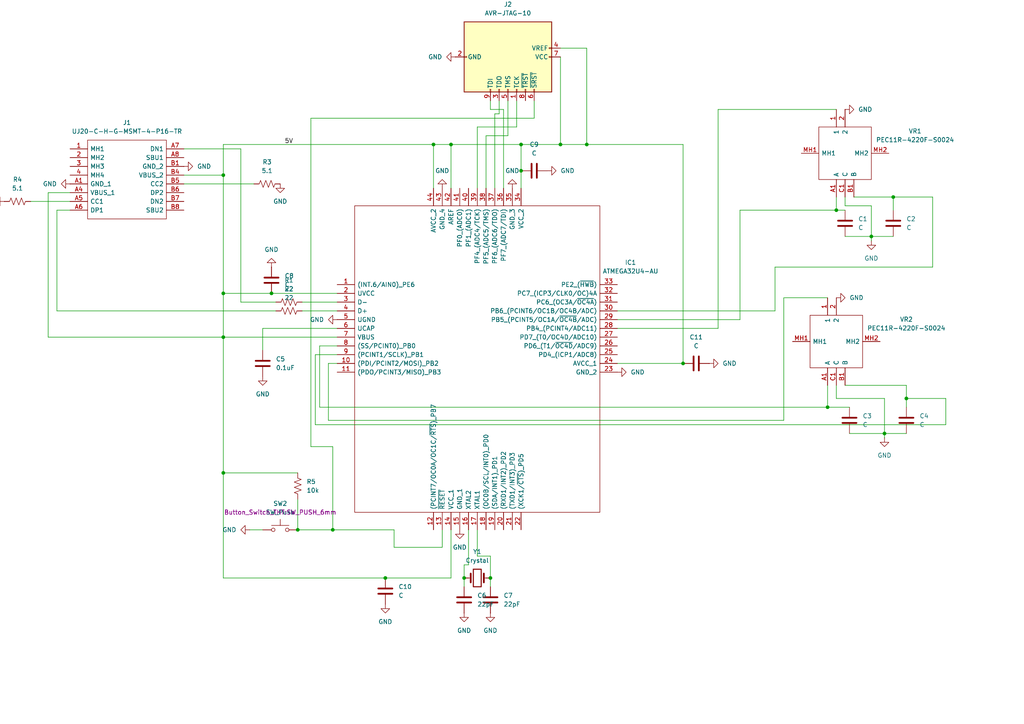
<source format=kicad_sch>
(kicad_sch (version 20250114) (generator "eeschema") (generator_version "9.0")
  (paper "A4")
  (lib_symbols
    (symbol "ATMEGA32U4-AU:ATMEGA32U4-AU" (pin_names (offset 0.762))
      (property "Reference" "IC" (at 77.47 27.94 0))
      (property "Value" "ATMEGA32U4-AU" (at 77.47 25.4 0))
      (symbol "ATMEGA32U4-AU_0_0"
        (pin passive line (at 0 0 0) (length 5.08) (name "(INT.6/AIN0)_PE6") (number "1"))
        (pin passive line (at 0 -2.54 0) (length 5.08) (name "UVCC") (number "2"))
        (pin passive line (at 0 -5.08 0) (length 5.08) (name "D-") (number "3"))
        (pin passive line (at 0 -7.62 0) (length 5.08) (name "D+") (number "4"))
        (pin passive line (at 0 -10.16 0) (length 5.08) (name "UGND") (number "5"))
        (pin passive line (at 0 -12.7 0) (length 5.08) (name "UCAP") (number "6"))
        (pin passive line (at 0 -15.24 0) (length 5.08) (name "VBUS") (number "7"))
        (pin passive line (at 0 -17.78 0) (length 5.08) (name "(SS/PCINT0)_PB0") (number "8"))
        (pin passive line (at 0 -20.32 0) (length 5.08) (name "(PCINT1/SCLK)_PB1") (number "9"))
        (pin passive line (at 0 -22.86 0) (length 5.08) (name "(PDI/PCINT2/MOSI)_PB2") (number "10"))
        (pin passive line (at 0 -25.4 0) (length 5.08) (name "(PDO/PCINT3/MISO)_PB3") (number "11"))
        (pin passive line (at 27.94 27.94 270) (length 5.08) (name "AVCC_2") (number "44"))
        (pin passive line (at 27.94 -71.12 90) (length 5.08) (name "(PCINT7/OC0A/OC1C/~{RTS})_PB7") (number "12"))
        (pin passive line (at 30.48 27.94 270) (length 5.08) (name "GND_4") (number "43"))
        (pin passive line (at 30.48 -71.12 90) (length 5.08) (name "~{RESET}") (number "13"))
        (pin passive line (at 33.02 27.94 270) (length 5.08) (name "AREF") (number "42"))
        (pin passive line (at 33.02 -71.12 90) (length 5.08) (name "VCC_1") (number "14"))
        (pin passive line (at 35.56 27.94 270) (length 5.08) (name "PF0_(ADC0)") (number "41"))
        (pin passive line (at 35.56 -71.12 90) (length 5.08) (name "GND_1") (number "15"))
        (pin passive line (at 38.1 27.94 270) (length 5.08) (name "PF1_(ADC1)") (number "40"))
        (pin passive line (at 38.1 -71.12 90) (length 5.08) (name "XTAL2") (number "16"))
        (pin passive line (at 40.64 27.94 270) (length 5.08) (name "PF4_(ADC4/TCK)") (number "39"))
        (pin passive line (at 40.64 -71.12 90) (length 5.08) (name "XTAL1") (number "17"))
        (pin passive line (at 43.18 27.94 270) (length 5.08) (name "PF5_(ADC5/TMS)") (number "38"))
        (pin passive line (at 43.18 -71.12 90) (length 5.08) (name "(OC0B/SCL/INT0)_PD0") (number "18"))
        (pin passive line (at 45.72 27.94 270) (length 5.08) (name "PF6_(ADC6/TDO)") (number "37"))
        (pin passive line (at 45.72 -71.12 90) (length 5.08) (name "(SDA/INT1)_PD1") (number "19"))
        (pin passive line (at 48.26 27.94 270) (length 5.08) (name "PF7_(ADC7/TDI)") (number "36"))
        (pin passive line (at 48.26 -71.12 90) (length 5.08) (name "(RXD1/INT2)_PD2") (number "20"))
        (pin passive line (at 50.8 27.94 270) (length 5.08) (name "GND_3") (number "35"))
        (pin passive line (at 50.8 -71.12 90) (length 5.08) (name "(TXD1/INT3)_PD3") (number "21"))
        (pin passive line (at 53.34 27.94 270) (length 5.08) (name "VCC_2") (number "34"))
        (pin passive line (at 53.34 -71.12 90) (length 5.08) (name "(XCK1/~{CTS})_PD5") (number "22"))
        (pin passive line (at 81.28 0 180) (length 5.08) (name "PE2_(~{HWB})") (number "33"))
        (pin passive line (at 81.28 -2.54 180) (length 5.08) (name "PC7_(ICP3/CLK0/OC)4A") (number "32"))
        (pin passive line (at 81.28 -5.08 180) (length 5.08) (name "PC6_(OC3A/~{OC4A})") (number "31"))
        (pin passive line (at 81.28 -7.62 180) (length 5.08) (name "PB6_(PCINT6/OC1B/OC4B/ADC)") (number "30"))
        (pin passive line (at 81.28 -10.16 180) (length 5.08) (name "PB5_(PCINT5/OC1A/~{OC4B}/ADC)") (number "29"))
        (pin passive line (at 81.28 -12.7 180) (length 5.08) (name "PB4_(PCINT4/ADC11)") (number "28"))
        (pin passive line (at 81.28 -15.24 180) (length 5.08) (name "PD7_(T0/OC4D/ADC10)") (number "27"))
        (pin passive line (at 81.28 -17.78 180) (length 5.08) (name "PD6_(T1/~{OC4D}/ADC9)") (number "26"))
        (pin passive line (at 81.28 -20.32 180) (length 5.08) (name "PD4_(ICP1/ADC8)") (number "25"))
        (pin passive line (at 81.28 -22.86 180) (length 5.08) (name "AVCC_1") (number "24"))
        (pin passive line (at 81.28 -25.4 180) (length 5.08) (name "GND_2") (number "23"))
      )
      (symbol "ATMEGA32U4-AU_0_1"
        (polyline (pts (xy 5.08 22.86) (xy 76.2 22.86) (xy 76.2 -66.04) (xy 5.08 -66.04) (xy 5.08 22.86)) (stroke (width 0.1524)))
      )
    )
    (symbol "Connector:AVR-JTAG-10" (pin_names (offset 1.016))
      (property "Reference" "J" (at -8.89 13.97 0))
      (property "Value" "AVR-JTAG-10" (at 1.27 13.97 0))
      (symbol "AVR-JTAG-10_0_1"
        (rectangle (start -2.667 12.7) (end -2.413 11.938))
        (rectangle (start -0.127 12.7) (end 0.127 11.938))
        (rectangle (start -0.127 -11.938) (end 0.127 -12.7))
        (rectangle (start 10.16 12.7) (end -10.16 -12.7) (stroke (width 0.254)) (fill (type background)))
        (rectangle (start 10.16 7.747) (end 9.398 7.493))
        (rectangle (start 10.16 5.207) (end 9.398 4.953))
        (rectangle (start 10.16 2.667) (end 9.398 2.413))
        (rectangle (start 10.16 0.127) (end 9.398 -0.127))
        (rectangle (start 10.16 -2.413) (end 9.398 -2.667))
        (rectangle (start 10.16 -4.953) (end 9.398 -5.207))
      )
      (symbol "AVR-JTAG-10_1_1"
        (pin passive line (at -2.54 15.24 270) (length 2.54) (name "VREF") (number "4"))
        (pin passive line (at 0 15.24 270) (length 2.54) (name "VCC") (number "7"))
        (pin passive line (at 0 -15.24 90) (length 2.54) (hide yes) (name "GND") (number "10"))
        (pin passive line (at 0 -15.24 90) (length 2.54) (name "GND") (number "2"))
        (pin passive line (at 12.7 7.62 180) (length 2.54) (name "~{SRST}") (number "6"))
        (pin passive line (at 12.7 5.08 180) (length 2.54) (name "~{TRST}") (number "8"))
        (pin passive line (at 12.7 2.54 180) (length 2.54) (name "TCK") (number "1"))
        (pin passive line (at 12.7 0 180) (length 2.54) (name "TMS") (number "5"))
        (pin passive line (at 12.7 -2.54 180) (length 2.54) (name "TDO") (number "3"))
        (pin passive line (at 12.7 -5.08 180) (length 2.54) (name "TDI") (number "9"))
      )
    )
    (symbol "Device:C" (pin_numbers (hide yes)) (pin_names (offset 0.254))
      (property "Reference" "C" (at 0.635 2.54 0))
      (property "Value" "C" (at 0.635 -2.54 0))
      (symbol "C_0_1"
        (polyline (pts (xy -2.032 0.762) (xy 2.032 0.762)) (stroke (width 0.508)))
        (polyline (pts (xy -2.032 -0.762) (xy 2.032 -0.762)) (stroke (width 0.508)))
      )
      (symbol "C_1_1"
        (pin passive line (at 0 3.81 270) (length 2.794) (name "~") (number "1"))
        (pin passive line (at 0 -3.81 90) (length 2.794) (name "~") (number "2"))
      )
    )
    (symbol "Device:Crystal" (pin_numbers (hide yes)) (pin_names (offset 1.016) (hide yes))
      (property "Reference" "Y" (at 0 3.81 0))
      (property "Value" "Crystal" (at 0 -3.81 0))
      (symbol "Crystal_0_1"
        (polyline (pts (xy -2.54 0) (xy -1.905 0)))
        (polyline (pts (xy -1.905 -1.27) (xy -1.905 1.27)) (stroke (width 0.508)))
        (rectangle (start -1.143 2.54) (end 1.143 -2.54) (stroke (width 0.3048)))
        (polyline (pts (xy 1.905 -1.27) (xy 1.905 1.27)) (stroke (width 0.508)))
        (polyline (pts (xy 2.54 0) (xy 1.905 0)))
      )
      (symbol "Crystal_1_1"
        (pin passive line (at -3.81 0 0) (length 1.27) (name "1") (number "1"))
        (pin passive line (at 3.81 0 180) (length 1.27) (name "2") (number "2"))
      )
    )
    (symbol "Device:R_US" (pin_numbers (hide yes)) (pin_names (offset 0))
      (property "Reference" "R" (at 2.54 0 90))
      (property "Value" "R_US" (at -2.54 0 90))
      (symbol "R_US_0_1"
        (polyline (pts (xy 0 2.286) (xy 0 2.54)))
        (polyline (pts (xy 0 2.286) (xy 1.016 1.905) (xy 0 1.524) (xy -1.016 1.143) (xy 0 0.762)))
        (polyline (pts (xy 0 0.762) (xy 1.016 0.381) (xy 0 0) (xy -1.016 -0.381) (xy 0 -0.762)))
        (polyline (pts (xy 0 -0.762) (xy 1.016 -1.143) (xy 0 -1.524) (xy -1.016 -1.905) (xy 0 -2.286)))
        (polyline (pts (xy 0 -2.286) (xy 0 -2.54)))
      )
      (symbol "R_US_1_1"
        (pin passive line (at 0 3.81 270) (length 1.27) (name "~") (number "1"))
        (pin passive line (at 0 -3.81 90) (length 1.27) (name "~") (number "2"))
      )
    )
    (symbol "PEC11R-4220F-S0024:PEC11R-4220F-S0024" (pin_names (offset 0.762))
      (property "Reference" "VR" (at 21.59 12.7 0))
      (property "Value" "PEC11R-4220F-S0024" (at 21.59 10.16 0))
      (symbol "PEC11R-4220F-S0024_0_0"
        (pin passive line (at 0 0 0) (length 5.08) (name "MH1") (number "MH1"))
        (pin passive line (at 10.16 12.7 270) (length 5.08) (name "1") (number "1"))
        (pin passive line (at 10.16 -12.7 90) (length 5.08) (name "A") (number "A1"))
        (pin passive line (at 12.7 12.7 270) (length 5.08) (name "2") (number "2"))
        (pin passive line (at 12.7 -12.7 90) (length 5.08) (name "C") (number "C1"))
        (pin passive line (at 15.24 -12.7 90) (length 5.08) (name "B") (number "B1"))
        (pin passive line (at 25.4 0 180) (length 5.08) (name "MH2") (number "MH2"))
      )
      (symbol "PEC11R-4220F-S0024_0_1"
        (polyline (pts (xy 5.08 7.62) (xy 20.32 7.62) (xy 20.32 -7.62) (xy 5.08 -7.62) (xy 5.08 7.62)) (stroke (width 0.1524)))
      )
    )
    (symbol "Switch:SW_Push" (pin_numbers (hide yes)) (pin_names (offset 1.016) (hide yes))
      (property "Reference" "SW" (at 1.27 2.54 0))
      (property "Value" "SW_Push" (at 0 -1.524 0))
      (symbol "SW_Push_0_1"
        (circle (center -2.032 0) (radius 0.508))
        (polyline (pts (xy 0 1.27) (xy 0 3.048)))
        (circle (center 2.032 0) (radius 0.508))
        (polyline (pts (xy 2.54 1.27) (xy -2.54 1.27)))
        (pin passive line (at -5.08 0 0) (length 2.54) (name "1") (number "1"))
        (pin passive line (at 5.08 0 180) (length 2.54) (name "2") (number "2"))
      )
    )
    (symbol "UJ20-C-H-G-MSMT-4-P16-TR:UJ20-C-H-G-MSMT-4-P16-TR" (pin_names (offset 0.762))
      (property "Reference" "J" (at 29.21 7.62 0))
      (property "Value" "UJ20-C-H-G-MSMT-4-P16-TR" (at 29.21 5.08 0))
      (symbol "UJ20-C-H-G-MSMT-4-P16-TR_0_0"
        (pin passive line (at 0 0 0) (length 5.08) (name "MH1") (number "1"))
        (pin passive line (at 0 -2.54 0) (length 5.08) (name "MH2") (number "2"))
        (pin passive line (at 0 -5.08 0) (length 5.08) (name "MH3") (number "3"))
        (pin passive line (at 0 -7.62 0) (length 5.08) (name "MH4") (number "4"))
        (pin passive line (at 0 -10.16 0) (length 5.08) (name "GND_1") (number "A1"))
        (pin passive line (at 0 -12.7 0) (length 5.08) (name "VBUS_1") (number "A4"))
        (pin passive line (at 0 -15.24 0) (length 5.08) (name "CC1") (number "A5"))
        (pin passive line (at 0 -17.78 0) (length 5.08) (name "DP1") (number "A6"))
        (pin passive line (at 33.02 0 180) (length 5.08) (name "DN1") (number "A7"))
        (pin passive line (at 33.02 -2.54 180) (length 5.08) (name "SBU1") (number "A8"))
        (pin passive line (at 33.02 -5.08 180) (length 5.08) (name "GND_2") (number "B1"))
        (pin passive line (at 33.02 -7.62 180) (length 5.08) (name "VBUS_2") (number "B4"))
        (pin passive line (at 33.02 -10.16 180) (length 5.08) (name "CC2") (number "B5"))
        (pin passive line (at 33.02 -12.7 180) (length 5.08) (name "DP2") (number "B6"))
        (pin passive line (at 33.02 -15.24 180) (length 5.08) (name "DN2") (number "B7"))
        (pin passive line (at 33.02 -17.78 180) (length 5.08) (name "SBU2") (number "B8"))
      )
      (symbol "UJ20-C-H-G-MSMT-4-P16-TR_0_1"
        (polyline (pts (xy 5.08 2.54) (xy 27.94 2.54) (xy 27.94 -20.32) (xy 5.08 -20.32) (xy 5.08 2.54)) (stroke (width 0.1524)))
      )
    )
    (symbol "power:GND" (power) (pin_numbers (hide yes)) (pin_names (offset 0) (hide yes))
      (property "Value" "GND" (at 0 -3.81 0))
      (symbol "GND_0_1"
        (polyline (pts (xy 0 0) (xy 0 -1.27) (xy 1.27 -1.27) (xy 0 -2.54) (xy -1.27 -1.27) (xy 0 -1.27)))
      )
      (symbol "GND_1_1"
        (pin power_in line (at 0 0 270) (length 0) (name "~") (number "1"))
      )
    )
  )
  (junction (at 262.89 115.57))
  (junction (at 151.13 41.91))
  (junction (at 256.54 125.73))
  (junction (at 240.03 118.11))
  (junction (at 134.62 167.64))
  (junction (at 64.77 97.79))
  (junction (at 252.73 68.58))
  (junction (at 130.81 41.91))
  (junction (at 78.74 85.09))
  (junction (at 259.08 57.15))
  (junction (at 162.56 41.91))
  (junction (at 111.76 167.64))
  (junction (at 170.18 41.91))
  (junction (at 64.77 85.09))
  (junction (at 142.24 167.64))
  (junction (at 86.36 153.67))
  (junction (at 64.77 137.16))
  (junction (at 125.73 41.91))
  (junction (at 96.52 153.67))
  (junction (at 64.77 50.8))
  (junction (at 242.57 60.96))
  (junction (at 198.12 105.41))
  (junction (at 151.13 49.53))
  (wire (pts (xy 20.32 60.96) (xy 16.51 60.96)))
  (wire (pts (xy 114.3 158.75) (xy 128.27 158.75)))
  (wire (pts (xy 125.73 41.91) (xy 125.73 54.61)))
  (wire (pts (xy 111.76 167.64) (xy 64.77 167.64)))
  (wire (pts (xy 270.51 57.15) (xy 259.08 57.15)))
  (wire (pts (xy 53.34 50.8) (xy 64.77 50.8)))
  (wire (pts (xy 143.51 54.61) (xy 143.51 33.02)))
  (wire (pts (xy 138.43 153.67) (xy 138.43 161.29)))
  (wire (pts (xy 13.97 97.79) (xy 64.77 97.79)))
  (wire (pts (xy 135.89 163.83) (xy 134.62 163.83)))
  (wire (pts (xy 246.38 125.73) (xy 256.54 125.73)))
  (wire (pts (xy 92.71 100.33) (xy 97.79 100.33)))
  (wire (pts (xy 86.36 153.67) (xy 96.52 153.67)))
  (wire (pts (xy 64.77 167.64) (xy 64.77 137.16)))
  (wire (pts (xy 151.13 49.53) (xy 151.13 41.91)))
  (wire (pts (xy 256.54 115.57) (xy 256.54 125.73)))
  (wire (pts (xy 252.73 68.58) (xy 259.08 68.58)))
  (wire (pts (xy 90.17 129.54) (xy 96.52 129.54)))
  (wire (pts (xy 214.63 60.96) (xy 214.63 92.71)))
  (wire (pts (xy 142.24 170.18) (xy 142.24 167.64)))
  (wire (pts (xy 242.57 115.57) (xy 256.54 115.57)))
  (wire (pts (xy 90.17 34.29) (xy 90.17 129.54)))
  (wire (pts (xy 91.44 102.87) (xy 97.79 102.87)))
  (wire (pts (xy 130.81 41.91) (xy 130.81 54.61)))
  (wire (pts (xy 64.77 137.16) (xy 64.77 97.79)))
  (wire (pts (xy 162.56 16.51) (xy 162.56 41.91)))
  (wire (pts (xy 125.73 41.91) (xy 64.77 41.91)))
  (wire (pts (xy 245.11 111.76) (xy 262.89 111.76)))
  (wire (pts (xy 147.32 39.37) (xy 147.32 29.21)))
  (wire (pts (xy 162.56 41.91) (xy 170.18 41.91)))
  (wire (pts (xy 179.07 105.41) (xy 198.12 105.41)))
  (wire (pts (xy 240.03 118.11) (xy 246.38 118.11)))
  (wire (pts (xy 142.24 161.29) (xy 142.24 167.64)))
  (wire (pts (xy 64.77 41.91) (xy 64.77 50.8)))
  (wire (pts (xy 224.79 77.47) (xy 270.51 77.47)))
  (wire (pts (xy 87.63 87.63) (xy 97.79 87.63)))
  (wire (pts (xy 198.12 105.41) (xy 198.12 41.91)))
  (wire (pts (xy 92.71 118.11) (xy 92.71 100.33)))
  (wire (pts (xy 87.63 90.17) (xy 97.79 90.17)))
  (wire (pts (xy 16.51 60.96) (xy 16.51 90.17)))
  (wire (pts (xy 208.28 95.25) (xy 179.07 95.25)))
  (wire (pts (xy 72.39 153.67) (xy 76.2 153.67)))
  (wire (pts (xy 138.43 54.61) (xy 138.43 36.83)))
  (wire (pts (xy 262.89 115.57) (xy 274.32 115.57)))
  (wire (pts (xy 16.51 90.17) (xy 80.01 90.17)))
  (wire (pts (xy 13.97 55.88) (xy 13.97 97.79)))
  (wire (pts (xy 154.94 29.21) (xy 154.94 34.29)))
  (wire (pts (xy 242.57 57.15) (xy 242.57 60.96)))
  (wire (pts (xy 146.05 54.61) (xy 146.05 31.75)))
  (wire (pts (xy 96.52 129.54) (xy 96.52 153.67)))
  (wire (pts (xy 130.81 153.67) (xy 130.81 167.64)))
  (wire (pts (xy 242.57 60.96) (xy 214.63 60.96)))
  (wire (pts (xy 154.94 34.29) (xy 90.17 34.29)))
  (wire (pts (xy 179.07 90.17) (xy 224.79 90.17)))
  (wire (pts (xy 208.28 31.75) (xy 208.28 95.25)))
  (wire (pts (xy 134.62 170.18) (xy 134.62 167.64)))
  (wire (pts (xy 138.43 36.83) (xy 149.86 36.83)))
  (wire (pts (xy 53.34 43.18) (xy 69.85 43.18)))
  (wire (pts (xy 95.25 105.41) (xy 95.25 121.92)))
  (wire (pts (xy 76.2 95.25) (xy 76.2 101.6)))
  (wire (pts (xy 214.63 92.71) (xy 179.07 92.71)))
  (wire (pts (xy 245.11 68.58) (xy 252.73 68.58)))
  (wire (pts (xy 73.66 53.34) (xy 53.34 53.34)))
  (wire (pts (xy 252.73 68.58) (xy 252.73 69.85)))
  (wire (pts (xy 227.33 121.92) (xy 227.33 86.36)))
  (wire (pts (xy 96.52 153.67) (xy 114.3 153.67)))
  (wire (pts (xy 274.32 123.19) (xy 91.44 123.19)))
  (wire (pts (xy 247.65 57.15) (xy 259.08 57.15)))
  (wire (pts (xy 242.57 60.96) (xy 245.11 60.96)))
  (wire (pts (xy 262.89 115.57) (xy 262.89 118.11)))
  (wire (pts (xy 245.11 59.69) (xy 252.73 59.69)))
  (wire (pts (xy 240.03 118.11) (xy 92.71 118.11)))
  (wire (pts (xy 151.13 54.61) (xy 151.13 49.53)))
  (wire (pts (xy 144.78 29.21) (xy 144.78 33.02)))
  (wire (pts (xy 64.77 85.09) (xy 64.77 97.79)))
  (wire (pts (xy 114.3 153.67) (xy 114.3 158.75)))
  (wire (pts (xy 134.62 163.83) (xy 134.62 167.64)))
  (wire (pts (xy 242.57 111.76) (xy 242.57 115.57)))
  (wire (pts (xy 240.03 111.76) (xy 240.03 118.11)))
  (wire (pts (xy 69.85 87.63) (xy 80.01 87.63)))
  (wire (pts (xy 78.74 85.09) (xy 97.79 85.09)))
  (wire (pts (xy 270.51 77.47) (xy 270.51 57.15)))
  (wire (pts (xy 151.13 41.91) (xy 130.81 41.91)))
  (wire (pts (xy 69.85 43.18) (xy 69.85 87.63)))
  (wire (pts (xy 143.51 33.02) (xy 144.78 33.02)))
  (wire (pts (xy 242.57 31.75) (xy 208.28 31.75)))
  (wire (pts (xy 170.18 13.97) (xy 170.18 41.91)))
  (wire (pts (xy 256.54 125.73) (xy 256.54 127)))
  (wire (pts (xy 64.77 97.79) (xy 97.79 97.79)))
  (wire (pts (xy 149.86 36.83) (xy 149.86 29.21)))
  (wire (pts (xy 64.77 50.8) (xy 64.77 85.09)))
  (wire (pts (xy 256.54 125.73) (xy 262.89 125.73)))
  (wire (pts (xy 130.81 167.64) (xy 111.76 167.64)))
  (wire (pts (xy 135.89 153.67) (xy 135.89 163.83)))
  (wire (pts (xy 162.56 13.97) (xy 170.18 13.97)))
  (wire (pts (xy 91.44 123.19) (xy 91.44 102.87)))
  (wire (pts (xy 142.24 31.75) (xy 142.24 29.21)))
  (wire (pts (xy 140.97 54.61) (xy 140.97 39.37)))
  (wire (pts (xy 274.32 115.57) (xy 274.32 123.19)))
  (wire (pts (xy 97.79 105.41) (xy 95.25 105.41)))
  (wire (pts (xy 95.25 121.92) (xy 227.33 121.92)))
  (wire (pts (xy 138.43 161.29) (xy 142.24 161.29)))
  (wire (pts (xy 20.32 55.88) (xy 13.97 55.88)))
  (wire (pts (xy 140.97 39.37) (xy 147.32 39.37)))
  (wire (pts (xy 198.12 41.91) (xy 170.18 41.91)))
  (wire (pts (xy 245.11 57.15) (xy 245.11 59.69)))
  (wire (pts (xy 252.73 59.69) (xy 252.73 68.58)))
  (wire (pts (xy 64.77 85.09) (xy 78.74 85.09)))
  (wire (pts (xy 128.27 158.75) (xy 128.27 153.67)))
  (wire (pts (xy 227.33 86.36) (xy 240.03 86.36)))
  (wire (pts (xy 262.89 111.76) (xy 262.89 115.57)))
  (wire (pts (xy 8.89 58.42) (xy 20.32 58.42)))
  (wire (pts (xy 146.05 31.75) (xy 142.24 31.75)))
  (wire (pts (xy 86.36 144.78) (xy 86.36 153.67)))
  (wire (pts (xy 64.77 137.16) (xy 86.36 137.16)))
  (wire (pts (xy 97.79 95.25) (xy 76.2 95.25)))
  (wire (pts (xy 259.08 57.15) (xy 259.08 60.96)))
  (wire (pts (xy 130.81 41.91) (xy 125.73 41.91)))
  (wire (pts (xy 151.13 41.91) (xy 162.56 41.91)))
  (wire (pts (xy 224.79 90.17) (xy 224.79 77.47)))
  (label "5V" (at 82.55 41.91 0))
  (symbol (lib_id "UJ20-C-H-G-MSMT-4-P16-TR:UJ20-C-H-G-MSMT-4-P16-TR") (at 20.32 43.18 0) (unit 1)
    (property "Reference" "J1" (at 36.83 35.56 0))
    (property "Value" "UJ20-C-H-G-MSMT-4-P16-TR" (at 36.83 38.1 0))
    (property "Footprint" "project_footprints:UJ20CHGMSMT4P16TR" (effects (hide yes)))
    (property "Datasheet" "https://www.sameskydevices.com/product/resource/supplyframepdf/uj20-c-h-g-msmt-4-p16-tr.pdf" (effects (hide yes)))
    (property "Description" "Type C, USB 2.0, 480 Mbps, 48 Vac, 5 A, Horizontal, Gold plated 3u, Mid  Surface Mount 1.6mm, 16 pin, USB Receptacle" (effects (hide yes)))
    (property "Description_1" "Type C, USB 2.0, 480 Mbps, 48 Vac, 5 A, Horizontal, Gold plated 3u, Mid  Surface Mount 1.6mm, 16 pin, USB Receptacle" (effects (hide yes)))
    (property "Height" "3.36" (effects (hide yes)))
    (property "Mouser Part Number" "179-UJ20CHGMSMT4P16T" (effects (hide yes)))
    (property "Mouser Price/Stock" "https://www.mouser.co.uk/ProductDetail/Same-Sky/UJ20-C-H-G-MSMT-4-P16-TR?qs=IKkN%2F947nfCjJm0kGPdIjg%3D%3D" (effects (hide yes)))
    (property "Manufacturer_Name" "Same Sky" (effects (hide yes)))
    (property "Manufacturer_Part_Number" "UJ20-C-H-G-MSMT-4-P16-TR" (effects (hide yes)))
  )
  (symbol (lib_id "Device:R_US") (at 77.47 53.34 90) (unit 1)
    (property "Reference" "R3" (at 77.47 46.99 90))
    (property "Value" "5.1" (at 77.47 49.53 90))
    (property "Footprint" "Resistor_SMD:R_0805_2012Metric" (effects (hide yes)))
    (property "Description" "Resistor, US symbol" (effects (hide yes)))
  )
  (symbol (lib_id "power:GND") (at 179.07 107.95 90) (unit 1)
    (property "Reference" "#PWR010" (effects (hide yes)))
    (property "Value" "GND" (at 182.88 107.9499 90) (effects (justify right)))
    (property "Description" "Power symbol creates a global label with name \"GND\" , ground" (effects (hide yes)))
  )
  (symbol (lib_id "Device:R_US") (at 5.08 58.42 90) (unit 1)
    (property "Reference" "R4" (at 5.08 52.07 90))
    (property "Value" "5.1" (at 5.08 54.61 90))
    (property "Footprint" "Resistor_SMD:R_0805_2012Metric" (effects (hide yes)))
    (property "Description" "Resistor, US symbol" (effects (hide yes)))
  )
  (symbol (lib_id "Device:C") (at 142.24 173.99 0) (unit 1)
    (property "Reference" "C7" (at 146.05 172.7199 0) (effects (justify left)))
    (property "Value" "22pF" (at 146.05 175.2599 0) (effects (justify left)))
    (property "Footprint" "Capacitor_SMD:C_0805_2012Metric" (effects (hide yes)))
    (property "Description" "Unpolarized capacitor" (effects (hide yes)))
  )
  (symbol (lib_id "power:GND") (at 256.54 127 0) (unit 1)
    (property "Reference" "#PWR02" (effects (hide yes)))
    (property "Value" "GND" (at 256.54 132.08 0))
    (property "Description" "Power symbol creates a global label with name \"GND\" , ground" (effects (hide yes)))
  )
  (symbol (lib_id "power:GND") (at 132.08 16.51 270) (unit 1)
    (property "Reference" "#PWR018" (effects (hide yes)))
    (property "Value" "GND" (at 128.27 16.5099 90) (effects (justify right)))
    (property "Description" "Power symbol creates a global label with name \"GND\" , ground" (effects (hide yes)))
  )
  (symbol (lib_id "Device:C") (at 259.08 64.77 0) (unit 1)
    (property "Reference" "C2" (at 262.89 63.4999 0) (effects (justify left)))
    (property "Value" "C" (at 262.89 66.0399 0) (effects (justify left)))
    (property "Footprint" "Capacitor_SMD:C_0805_2012Metric" (effects (hide yes)))
    (property "Description" "Unpolarized capacitor" (effects (hide yes)))
  )
  (symbol (lib_id "PEC11R-4220F-S0024:PEC11R-4220F-S0024") (at 232.41 44.45 0) (unit 1)
    (property "Reference" "VR1" (at 265.43 38.0298 0))
    (property "Value" "PEC11R-4220F-S0024" (at 265.43 40.5698 0))
    (property "Footprint" "project_footprints:PEC11R4220FS0024" (effects (hide yes)))
    (property "Datasheet" "https://www.bourns.com/docs/Product-Datasheets/PEC11R.pdf" (effects (hide yes)))
    (property "Description" "Bourns 24 Pulse Incremental Mechanical Rotary Encoder with a 6 mm Flat Shaft (Not Indexed), Through Hole" (effects (hide yes)))
    (property "Description_1" "Bourns 24 Pulse Incremental Mechanical Rotary Encoder with a 6 mm Flat Shaft (Not Indexed), Through Hole" (effects (hide yes)))
    (property "Height" "27.5" (effects (hide yes)))
    (property "Mouser Part Number" "652-PEC11R-4220F-S24" (effects (hide yes)))
    (property "Mouser Price/Stock" "https://www.mouser.co.uk/ProductDetail/Bourns/PEC11R-4220F-S0024?qs=Zq5ylnUbLm6NGsQdib%2Ffbw%3D%3D" (effects (hide yes)))
    (property "Manufacturer_Name" "Bourns" (effects (hide yes)))
    (property "Manufacturer_Part_Number" "PEC11R-4220F-S0024" (effects (hide yes)))
  )
  (symbol (lib_id "power:GND") (at 20.32 53.34 270) (unit 1)
    (property "Reference" "#PWR06" (effects (hide yes)))
    (property "Value" "GND" (at 16.51 53.3399 90) (effects (justify right)))
    (property "Description" "Power symbol creates a global label with name \"GND\" , ground" (effects (hide yes)))
  )
  (symbol (lib_id "power:GND") (at 245.11 31.75 90) (unit 1)
    (property "Reference" "#PWR03" (effects (hide yes)))
    (property "Value" "GND" (at 248.92 31.7499 90) (effects (justify right)))
    (property "Description" "Power symbol creates a global label with name \"GND\" , ground" (effects (hide yes)))
  )
  (symbol (lib_id "Device:C") (at 111.76 171.45 0) (unit 1)
    (property "Reference" "C10" (at 115.57 170.1799 0) (effects (justify left)))
    (property "Value" "C" (at 115.57 172.7199 0) (effects (justify left)))
    (property "Footprint" "Capacitor_SMD:C_0805_2012Metric" (effects (hide yes)))
    (property "Description" "Unpolarized capacitor" (effects (hide yes)))
  )
  (symbol (lib_id "Device:C") (at 134.62 173.99 0) (unit 1)
    (property "Reference" "C6" (at 138.43 172.7199 0) (effects (justify left)))
    (property "Value" "22pF" (at 138.43 175.2599 0) (effects (justify left)))
    (property "Footprint" "Capacitor_SMD:C_0805_2012Metric" (effects (hide yes)))
    (property "Description" "Unpolarized capacitor" (effects (hide yes)))
  )
  (symbol (lib_id "power:GND") (at 78.74 77.47 180) (unit 1)
    (property "Reference" "#PWR021" (effects (hide yes)))
    (property "Value" "GND" (at 78.74 72.39 0))
    (property "Description" "Power symbol creates a global label with name \"GND\" , ground" (effects (hide yes)))
  )
  (symbol (lib_id "PEC11R-4220F-S0024:PEC11R-4220F-S0024") (at 229.87 99.06 0) (unit 1)
    (property "Reference" "VR2" (at 262.89 92.6398 0))
    (property "Value" "PEC11R-4220F-S0024" (at 262.89 95.1798 0))
    (property "Footprint" "project_footprints:PEC11R4220FS0024" (effects (hide yes)))
    (property "Datasheet" "https://www.bourns.com/docs/Product-Datasheets/PEC11R.pdf" (effects (hide yes)))
    (property "Description" "Bourns 24 Pulse Incremental Mechanical Rotary Encoder with a 6 mm Flat Shaft (Not Indexed), Through Hole" (effects (hide yes)))
    (property "Description_1" "Bourns 24 Pulse Incremental Mechanical Rotary Encoder with a 6 mm Flat Shaft (Not Indexed), Through Hole" (effects (hide yes)))
    (property "Height" "27.5" (effects (hide yes)))
    (property "Mouser Part Number" "652-PEC11R-4220F-S24" (effects (hide yes)))
    (property "Mouser Price/Stock" "https://www.mouser.co.uk/ProductDetail/Bourns/PEC11R-4220F-S0024?qs=Zq5ylnUbLm6NGsQdib%2Ffbw%3D%3D" (effects (hide yes)))
    (property "Manufacturer_Name" "Bourns" (effects (hide yes)))
    (property "Manufacturer_Part_Number" "PEC11R-4220F-S0024" (effects (hide yes)))
  )
  (symbol (lib_id "Device:C") (at 262.89 121.92 0) (unit 1)
    (property "Reference" "C4" (at 266.7 120.6499 0) (effects (justify left)))
    (property "Value" "C" (at 266.7 123.1899 0) (effects (justify left)))
    (property "Footprint" "Capacitor_SMD:C_0805_2012Metric" (effects (hide yes)))
    (property "Description" "Unpolarized capacitor" (effects (hide yes)))
  )
  (symbol (lib_id "Device:Crystal") (at 138.43 167.64 0) (unit 1)
    (property "Reference" "Y1" (at 138.43 160.02 0))
    (property "Value" "Crystal" (at 138.43 162.56 0))
    (property "Footprint" "Crystal:Crystal_SMD_Abracon_ABM3-2Pin_5.0x3.2mm" (effects (hide yes)))
    (property "Description" "Two pin crystal" (effects (hide yes)))
  )
  (symbol (lib_id "power:GND") (at 142.24 177.8 0) (unit 1)
    (property "Reference" "#PWR015" (effects (hide yes)))
    (property "Value" "GND" (at 142.24 182.88 0))
    (property "Description" "Power symbol creates a global label with name \"GND\" , ground" (effects (hide yes)))
  )
  (symbol (lib_id "Device:R_US") (at 83.82 87.63 90) (unit 1)
    (property "Reference" "R1" (at 83.82 81.28 90))
    (property "Value" "22" (at 83.82 83.82 90))
    (property "Footprint" "Resistor_SMD:R_0805_2012Metric" (effects (hide yes)))
    (property "Description" "Resistor, US symbol" (effects (hide yes)))
  )
  (symbol (lib_id "power:GND") (at 81.28 53.34 0) (unit 1)
    (property "Reference" "#PWR011" (effects (hide yes)))
    (property "Value" "GND" (at 81.28 58.42 0))
    (property "Description" "Power symbol creates a global label with name \"GND\" , ground" (effects (hide yes)))
  )
  (symbol (lib_id "power:GND") (at 111.76 175.26 0) (unit 1)
    (property "Reference" "#PWR020" (effects (hide yes)))
    (property "Value" "GND" (at 111.76 180.34 0))
    (property "Description" "Power symbol creates a global label with name \"GND\" , ground" (effects (hide yes)))
  )
  (symbol (lib_id "power:GND") (at 72.39 153.67 270) (unit 1)
    (property "Reference" "#PWR017" (effects (hide yes)))
    (property "Value" "GND" (at 68.58 153.6699 90) (effects (justify right)))
    (property "Description" "Power symbol creates a global label with name \"GND\" , ground" (effects (hide yes)))
  )
  (symbol (lib_id "Device:C") (at 154.94 49.53 90) (unit 1)
    (property "Reference" "C9" (at 154.94 41.91 90))
    (property "Value" "C" (at 154.94 44.45 90))
    (property "Footprint" "Capacitor_SMD:C_0805_2012Metric" (effects (hide yes)))
    (property "Description" "Unpolarized capacitor" (effects (hide yes)))
  )
  (symbol (lib_id "Device:C") (at 245.11 64.77 0) (unit 1)
    (property "Reference" "C1" (at 248.92 63.4999 0) (effects (justify left)))
    (property "Value" "C" (at 248.92 66.0399 0) (effects (justify left)))
    (property "Footprint" "Capacitor_SMD:C_0805_2012Metric" (effects (hide yes)))
    (property "Description" "Unpolarized capacitor" (effects (hide yes)))
  )
  (symbol (lib_id "Connector:AVR-JTAG-10") (at 147.32 16.51 270) (unit 1)
    (property "Reference" "J2" (at 147.32 1.27 90))
    (property "Value" "AVR-JTAG-10" (at 147.32 3.81 90))
    (property "Footprint" "Connector_PinHeader_2.54mm:PinHeader_2x05_P2.54mm_Vertical" (effects (hide yes)))
    (property "Description" "Atmel 10-pin JTAG connector" (effects (hide yes)))
  )
  (symbol (lib_id "power:GND") (at 252.73 69.85 0) (unit 1)
    (property "Reference" "#PWR01" (effects (hide yes)))
    (property "Value" "GND" (at 252.73 74.93 0))
    (property "Description" "Power symbol creates a global label with name \"GND\" , ground" (effects (hide yes)))
  )
  (symbol (lib_id "power:GND") (at 133.35 153.67 0) (unit 1)
    (property "Reference" "#PWR09" (effects (hide yes)))
    (property "Value" "GND" (at 133.35 158.75 0))
    (property "Description" "Power symbol creates a global label with name \"GND\" , ground" (effects (hide yes)))
  )
  (symbol (lib_id "Device:C") (at 78.74 81.28 0) (unit 1)
    (property "Reference" "C8" (at 82.55 80.0099 0) (effects (justify left)))
    (property "Value" "C" (at 82.55 82.5499 0) (effects (justify left)))
    (property "Footprint" "Capacitor_SMD:C_0805_2012Metric" (effects (hide yes)))
    (property "Description" "Unpolarized capacitor" (effects (hide yes)))
  )
  (symbol (lib_id "power:GND") (at 148.59 54.61 180) (unit 1)
    (property "Reference" "#PWR07" (effects (hide yes)))
    (property "Value" "GND" (at 148.59 49.53 0))
    (property "Description" "Power symbol creates a global label with name \"GND\" , ground" (effects (hide yes)))
  )
  (symbol (lib_id "ATMEGA32U4-AU:ATMEGA32U4-AU") (at 97.79 82.55 0) (unit 1)
    (property "Reference" "IC1" (at 182.88 76.1298 0))
    (property "Value" "ATMEGA32U4-AU" (at 182.88 78.6698 0))
    (property "Footprint" "project_footprints:QFP80P1200X1200X120-44N" (effects (hide yes)))
    (property "Datasheet" "http://www.atmel.com/images/atmel-7766-8-bit-avr-atmega16u4-32u4_summary.pdf" (effects (hide yes)))
    (property "Description" "MCU AVR 32K FLASH 16MHZ 44-TQFP Atmel ATMEGA32U4-AU, 8bit AVR Microcontroller, 16MHz, 1 kB, 32 kB Flash, 44-Pin TQFP" (effects (hide yes)))
    (property "Description_1" "MCU AVR 32K FLASH 16MHZ 44-TQFP Atmel ATMEGA32U4-AU, 8bit AVR Microcontroller, 16MHz, 1 kB, 32 kB Flash, 44-Pin TQFP" (effects (hide yes)))
    (property "Height" "1.2" (effects (hide yes)))
    (property "Mouser Part Number" "556-ATMEGA32U4-AU" (effects (hide yes)))
    (property "Mouser Price/Stock" "https://www.mouser.co.uk/ProductDetail/Microchip-Technology/ATMEGA32U4-AU?qs=SSucg2PyLi7mKWjHIsNJ3w%3D%3D" (effects (hide yes)))
    (property "Manufacturer_Name" "Microchip" (effects (hide yes)))
    (property "Manufacturer_Part_Number" "ATMEGA32U4-AU" (effects (hide yes)))
  )
  (symbol (lib_id "power:GND") (at 205.74 105.41 90) (unit 1)
    (property "Reference" "#PWR019" (effects (hide yes)))
    (property "Value" "GND" (at 209.55 105.4099 90) (effects (justify right)))
    (property "Description" "Power symbol creates a global label with name \"GND\" , ground" (effects (hide yes)))
  )
  (symbol (lib_id "Device:R_US") (at 83.82 90.17 90) (unit 1)
    (property "Reference" "R2" (at 83.82 83.82 90))
    (property "Value" "22" (at 83.82 86.36 90))
    (property "Footprint" "Resistor_SMD:R_0805_2012Metric" (effects (hide yes)))
    (property "Description" "Resistor, US symbol" (effects (hide yes)))
  )
  (symbol (lib_id "power:GND") (at 242.57 86.36 90) (unit 1)
    (property "Reference" "#PWR04" (effects (hide yes)))
    (property "Value" "GND" (at 246.38 86.3599 90) (effects (justify right)))
    (property "Description" "Power symbol creates a global label with name \"GND\" , ground" (effects (hide yes)))
  )
  (symbol (lib_id "Device:C") (at 76.2 105.41 0) (unit 1)
    (property "Reference" "C5" (at 80.01 104.1399 0) (effects (justify left)))
    (property "Value" "0.1uF" (at 80.01 106.6799 0) (effects (justify left)))
    (property "Footprint" "Capacitor_SMD:C_0805_2012Metric" (effects (hide yes)))
    (property "Description" "Unpolarized capacitor" (effects (hide yes)))
  )
  (symbol (lib_id "power:GND") (at 53.34 48.26 90) (unit 1)
    (property "Reference" "#PWR05" (effects (hide yes)))
    (property "Value" "GND" (at 57.15 48.2599 90) (effects (justify right)))
    (property "Description" "Power symbol creates a global label with name \"GND\" , ground" (effects (hide yes)))
  )
  (symbol (lib_id "power:GND") (at 76.2 109.22 0) (unit 1)
    (property "Reference" "#PWR013" (effects (hide yes)))
    (property "Value" "GND" (at 76.2 114.3 0))
    (property "Description" "Power symbol creates a global label with name \"GND\" , ground" (effects (hide yes)))
  )
  (symbol (lib_id "power:GND") (at 1.27 58.42 270) (unit 1)
    (property "Reference" "#PWR012" (effects (hide yes)))
    (property "Value" "GND" (at -2.54 58.4199 90) (effects (justify right)))
    (property "Description" "Power symbol creates a global label with name \"GND\" , ground" (effects (hide yes)))
  )
  (symbol (lib_id "Device:C") (at 201.93 105.41 90) (unit 1)
    (property "Reference" "C11" (at 201.93 97.79 90))
    (property "Value" "C" (at 201.93 100.33 90))
    (property "Footprint" "Capacitor_SMD:C_0805_2012Metric" (effects (hide yes)))
    (property "Description" "Unpolarized capacitor" (effects (hide yes)))
  )
  (symbol (lib_id "Device:C") (at 246.38 121.92 0) (unit 1)
    (property "Reference" "C3" (at 250.19 120.6499 0) (effects (justify left)))
    (property "Value" "C" (at 250.19 123.1899 0) (effects (justify left)))
    (property "Footprint" "Capacitor_SMD:C_0805_2012Metric" (effects (hide yes)))
    (property "Description" "Unpolarized capacitor" (effects (hide yes)))
  )
  (symbol (lib_id "power:GND") (at 128.27 54.61 180) (unit 1)
    (property "Reference" "#PWR08" (effects (hide yes)))
    (property "Value" "GND" (at 128.27 49.53 0))
    (property "Description" "Power symbol creates a global label with name \"GND\" , ground" (effects (hide yes)))
  )
  (symbol (lib_id "Switch:SW_Push") (at 81.28 153.67 0) (unit 1)
    (property "Reference" "SW2" (at 81.28 146.05 0))
    (property "Value" "SW_Push" (at 81.28 148.59 0))
    (property "Footprint" "Button_Switch_THT:SW_PUSH_6mm" (at 81.28 148.59 0))
    (property "Description" "Push button switch, generic, two pins" (effects (hide yes)))
  )
  (symbol (lib_id "power:GND") (at 97.79 92.71 270) (unit 1)
    (property "Reference" "#PWR014" (effects (hide yes)))
    (property "Value" "GND" (at 93.98 92.7099 90) (effects (justify right)))
    (property "Description" "Power symbol creates a global label with name \"GND\" , ground" (effects (hide yes)))
  )
  (symbol (lib_id "power:GND") (at 158.75 49.53 90) (unit 1)
    (property "Reference" "#PWR022" (effects (hide yes)))
    (property "Value" "GND" (at 162.56 49.5299 90) (effects (justify right)))
    (property "Description" "Power symbol creates a global label with name \"GND\" , ground" (effects (hide yes)))
  )
  (symbol (lib_id "Device:R_US") (at 86.36 140.97 0) (unit 1)
    (property "Reference" "R5" (at 88.9 139.6999 0) (effects (justify left)))
    (property "Value" "10k" (at 88.9 142.2399 0) (effects (justify left)))
    (property "Footprint" "Resistor_SMD:R_0805_2012Metric" (effects (hide yes)))
    (property "Description" "Resistor, US symbol" (effects (hide yes)))
  )
  (symbol (lib_id "power:GND") (at 134.62 177.8 0) (unit 1)
    (property "Reference" "#PWR016" (effects (hide yes)))
    (property "Value" "GND" (at 134.62 182.88 0))
    (property "Description" "Power symbol creates a global label with name \"GND\" , ground" (effects (hide yes)))
  )
)
</source>
